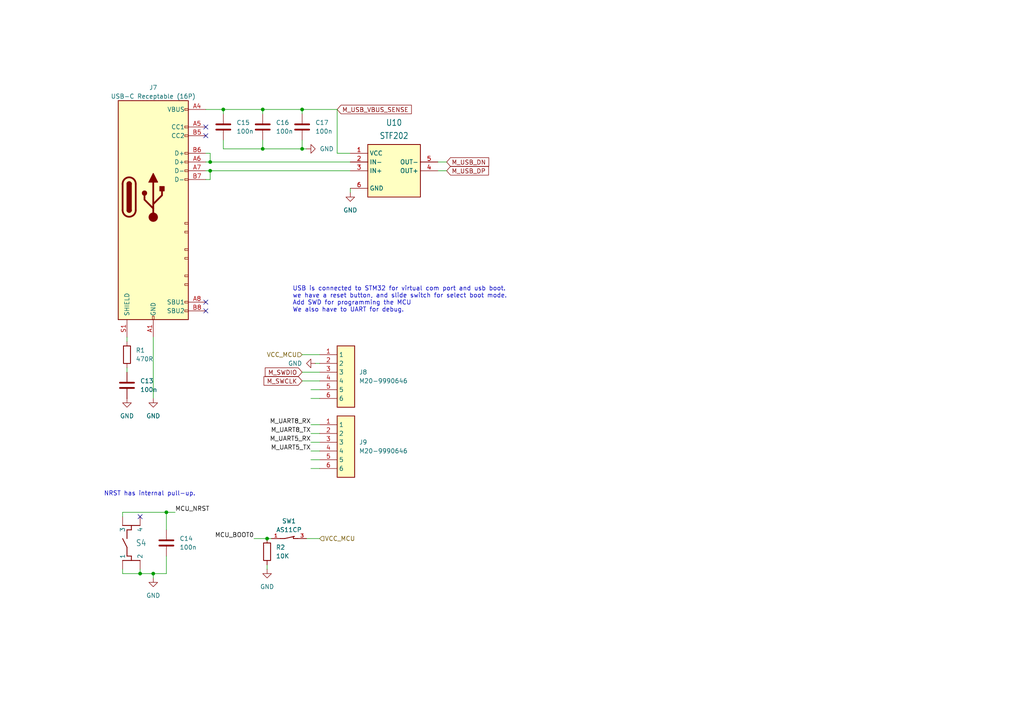
<source format=kicad_sch>
(kicad_sch (version 20231120) (generator "eeschema") (generator_version "8.0")
  (paper "A4")
  (lib_symbols
    (symbol "common_library:STF202" (exclude_from_sim yes)
      (property "Reference" "U" (at 0 11.684 0))
      (property "Value" "STF202" (at 0 8.382 0))
      (symbol "STF202_1_0"
        (rectangle (start -7.62 7.62) (end 7.62 -7.62) (stroke (width 0.254)) (fill (type background)))
        (pin power_in line (at -12.7 5.08 0) (length 5.08) (name "VCC") (number "1"))
        (pin bidirectional line (at -12.7 2.54 0) (length 5.08) (name "IN-") (number "2"))
        (pin bidirectional line (at -12.7 0 0) (length 5.08) (name "IN+") (number "3"))
        (pin bidirectional line (at 12.7 0 180) (length 5.08) (name "OUT+") (number "4"))
        (pin bidirectional line (at 12.7 2.54 180) (length 5.08) (name "OUT-") (number "5"))
        (pin bidirectional line (at -12.7 -5.08 0) (length 5.08) (name "GND") (number "6"))
      )
    )
    (symbol "connectors:AS11CP" (pin_names (offset 1.016))
      (property "Reference" "SW" (at -2.54 2.54 0))
      (property "Value" "AS11CP" (at -2.54 -5.08 0))
      (symbol "AS11CP_0_0"
        (polyline (pts (xy -2.54 0) (xy -1.27 0)) (stroke (width 0.254)))
        (polyline (pts (xy -1.27 0) (xy 1.5875 0.635)) (stroke (width 0.254)))
        (polyline (pts (xy 1.27 0) (xy 1.27 0.635)) (stroke (width 0.254)))
        (polyline (pts (xy 1.27 0) (xy 2.54 0)) (stroke (width 0.254)))
        (pin passive line (at -5.08 0 0) (length 2.54) (name "~") (number "1"))
        (pin passive line (at 5.08 0 180) (length 2.54) (name "~") (number "3"))
      )
    )
    (symbol "connectors:M20-9990646"
      (property "Reference" "J" (at 16.51 7.62 0))
      (property "Value" "M20-9990646" (at 16.51 5.08 0))
      (symbol "M20-9990646_1_1"
        (rectangle (start 5.08 2.54) (end 10.16 -15.24) (stroke (width 0.254)) (fill (type background)))
        (pin passive line (at 0 0 0) (length 5.08) (name "1") (number "1"))
        (pin passive line (at 0 -2.54 0) (length 5.08) (name "2") (number "2"))
        (pin passive line (at 0 -5.08 0) (length 5.08) (name "3") (number "3"))
        (pin passive line (at 0 -7.62 0) (length 5.08) (name "4") (number "4"))
        (pin passive line (at 0 -10.16 0) (length 5.08) (name "5") (number "5"))
        (pin passive line (at 0 -12.7 0) (length 5.08) (name "6") (number "6"))
      )
    )
    (symbol "connectors:Tactile Button" (exclude_from_sim yes)
      (property "Reference" "S" (at 0 -3.81 0))
      (symbol "Tactile Button_1_0"
        (polyline (pts (xy -5.08 -5.08) (xy -5.08 0)) (stroke (width 0.254)))
        (polyline (pts (xy -5.08 -2.54) (xy -3.81 -2.54)) (stroke (width 0.254)))
        (polyline (pts (xy -3.81 -2.54) (xy -3.81 -1.27)) (stroke (width 0.254)))
        (polyline (pts (xy -3.81 -1.27) (xy -1.27 -1.27)) (stroke (width 0.254)))
        (polyline (pts (xy -1.27 -1.27) (xy 1.27 0)) (stroke (width 0.254)))
        (polyline (pts (xy 3.81 -2.54) (xy 3.81 -1.27)) (stroke (width 0.254)))
        (polyline (pts (xy 3.81 -1.27) (xy 1.27 -1.27)) (stroke (width 0.254)))
        (polyline (pts (xy 5.08 -5.08) (xy 5.08 0)) (stroke (width 0.254)))
        (polyline (pts (xy 5.08 -2.54) (xy 3.81 -2.54)) (stroke (width 0.254)))
        (pin bidirectional line (at -7.62 0 0) (length 2.54) (name "1") (number "1"))
        (pin bidirectional line (at -7.62 -5.08 0) (length 2.54) (name "2") (number "2"))
        (pin bidirectional line (at 7.62 0 180) (length 2.54) (name "3") (number "3"))
        (pin bidirectional line (at 7.62 -5.08 180) (length 2.54) (name "4") (number "4"))
      )
    )
    (symbol "connectors:USB_C_16P" (pin_names (offset 1.016)) (exclude_from_sim yes)
      (property "Reference" "J" (at -10.16 29.21 0))
      (property "Value" "USB-C Receptable (16P)" (at 10.16 29.21 0))
      (symbol "USB_C_16P_0_0"
        (rectangle (start -0.254 -35.56) (end 0.254 -34.544))
        (rectangle (start 10.16 -32.766) (end 9.144 -33.274))
        (rectangle (start 10.16 -30.226) (end 9.144 -30.734))
        (rectangle (start 10.16 -25.146) (end 9.144 -25.654))
        (rectangle (start 10.16 -22.606) (end 9.144 -23.114))
        (rectangle (start 10.16 -17.526) (end 9.144 -18.034))
        (rectangle (start 10.16 -14.986) (end 9.144 -15.494))
        (rectangle (start 10.16 -9.906) (end 9.144 -10.414))
        (rectangle (start 10.16 -7.366) (end 9.144 -7.874))
        (rectangle (start 10.16 5.334) (end 9.144 4.826))
        (rectangle (start 10.16 7.874) (end 9.144 7.366))
        (rectangle (start 10.16 10.414) (end 9.144 9.906))
        (rectangle (start 10.16 12.954) (end 9.144 12.446))
        (rectangle (start 10.16 18.034) (end 9.144 17.526))
        (rectangle (start 10.16 20.574) (end 9.144 20.066))
        (rectangle (start 10.16 25.654) (end 9.144 25.146))
      )
      (symbol "USB_C_16P_0_1"
        (rectangle (start -10.16 27.94) (end 10.16 -35.56) (stroke (width 0.254)) (fill (type background)))
        (arc (start -8.89 -3.81) (mid -6.985 -5.7067) (end -5.08 -3.81) (stroke (width 0.508)))
        (arc (start -7.62 -3.81) (mid -6.985 -4.4423) (end -6.35 -3.81) (stroke (width 0.254)))
        (arc (start -7.62 -3.81) (mid -6.985 -4.4423) (end -6.35 -3.81) (stroke (width 0.254)) (fill (type outline)))
        (rectangle (start -7.62 -3.81) (end -6.35 3.81) (stroke (width 0.254)) (fill (type outline)))
        (arc (start -6.35 3.81) (mid -6.985 4.4423) (end -7.62 3.81) (stroke (width 0.254)))
        (arc (start -6.35 3.81) (mid -6.985 4.4423) (end -7.62 3.81) (stroke (width 0.254)) (fill (type outline)))
        (arc (start -5.08 3.81) (mid -6.985 5.7067) (end -8.89 3.81) (stroke (width 0.508)))
        (polyline (pts (xy -8.89 -3.81) (xy -8.89 3.81)) (stroke (width 0.508)))
        (polyline (pts (xy -5.08 3.81) (xy -5.08 -3.81)) (stroke (width 0.508)))
      )
      (symbol "USB_C_16P_1_1"
        (circle (center -2.54 1.143) (radius 0.635) (stroke (width 0.254)) (fill (type outline)))
        (circle (center 0 -5.842) (radius 1.27) (fill (type outline)))
        (polyline (pts (xy 0 -5.842) (xy 0 4.318)) (stroke (width 0.508)))
        (polyline (pts (xy 0 -3.302) (xy -2.54 -0.762) (xy -2.54 0.508)) (stroke (width 0.508)))
        (polyline (pts (xy 0 -2.032) (xy 2.54 0.508) (xy 2.54 1.778)) (stroke (width 0.508)))
        (polyline (pts (xy -1.27 4.318) (xy 0 6.858) (xy 1.27 4.318) (xy -1.27 4.318)) (stroke (width 0.254)) (fill (type outline)))
        (rectangle (start 1.905 1.778) (end 3.175 3.048) (stroke (width 0.254)) (fill (type outline)))
        (pin passive line (at 0 -40.64 90) (length 5.08) (name "GND") (number "A1"))
        (pin passive line (at 0 -40.64 90) (length 5.08) hide (name "GND") (number "A12"))
        (pin passive line (at 15.24 25.4 180) (length 5.08) (name "VBUS") (number "A4"))
        (pin bidirectional line (at 15.24 20.32 180) (length 5.08) (name "CC1") (number "A5"))
        (pin bidirectional line (at 15.24 10.16 180) (length 5.08) (name "D+") (number "A6"))
        (pin bidirectional line (at 15.24 7.62 180) (length 5.08) (name "D-") (number "A7"))
        (pin bidirectional line (at 15.24 -30.48 180) (length 5.08) (name "SBU1") (number "A8"))
        (pin passive line (at 15.24 25.4 180) (length 5.08) hide (name "VBUS") (number "A9"))
        (pin passive line (at 0 -40.64 90) (length 5.08) hide (name "GND") (number "B1"))
        (pin passive line (at 0 -40.64 90) (length 5.08) hide (name "GND") (number "B12"))
        (pin passive line (at 15.24 25.4 180) (length 5.08) hide (name "VBUS") (number "B4"))
        (pin bidirectional line (at 15.24 17.78 180) (length 5.08) (name "CC2") (number "B5"))
        (pin bidirectional line (at 15.24 12.7 180) (length 5.08) (name "D+") (number "B6"))
        (pin bidirectional line (at 15.24 5.08 180) (length 5.08) (name "D-") (number "B7"))
        (pin bidirectional line (at 15.24 -33.02 180) (length 5.08) (name "SBU2") (number "B8"))
        (pin passive line (at 15.24 25.4 180) (length 5.08) hide (name "VBUS") (number "B9"))
        (pin passive line (at -7.62 -40.64 90) (length 5.08) (name "SHIELD") (number "S1"))
      )
    )
    (symbol "passive:C0402" (pin_numbers hide) (pin_names (offset 0.254))
      (property "Reference" "C" (at 0.635 2.54 0))
      (property "Value" "C0402" (at 0.635 -2.54 0))
      (symbol "C0402_0_1"
        (polyline (pts (xy -2.032 -0.762) (xy 2.032 -0.762)) (stroke (width 0.508)))
        (polyline (pts (xy -2.032 0.762) (xy 2.032 0.762)) (stroke (width 0.508)))
      )
      (symbol "C0402_1_1"
        (pin passive line (at 0 3.81 270) (length 2.794) (name "~") (number "1"))
        (pin passive line (at 0 -3.81 90) (length 2.794) (name "~") (number "2"))
      )
    )
    (symbol "passive:R0402" (pin_numbers hide) (pin_names (offset 0))
      (property "Reference" "R" (at 2.032 0 90))
      (property "Value" "R" (at 0 0 90))
      (symbol "R0402_0_1"
        (rectangle (start -1.016 -2.54) (end 1.016 2.54) (stroke (width 0.254)))
      )
      (symbol "R0402_1_1"
        (pin passive line (at 0 3.81 270) (length 1.27) (name "~") (number "1"))
        (pin passive line (at 0 -3.81 90) (length 1.27) (name "~") (number "2"))
      )
    )
    (symbol "power:GND" (power) (pin_numbers hide) (pin_names (offset 0) hide)
      (property "Value" "GND" (at 0 -3.81 0))
      (symbol "GND_0_1"
        (polyline (pts (xy 0 0) (xy 0 -1.27) (xy 1.27 -1.27) (xy 0 -2.54) (xy -1.27 -1.27) (xy 0 -1.27)))
      )
      (symbol "GND_1_1"
        (pin power_in line (at 0 0 270) (length 0) (name "~") (number "1"))
      )
    )
  )
  (junction (at 87.63 31.75))
  (junction (at 76.2 43.18))
  (junction (at 64.77 31.75))
  (junction (at 76.2 31.75))
  (junction (at 60.96 49.53))
  (junction (at 87.63 43.18))
  (junction (at 77.47 156.21))
  (junction (at 60.96 46.99))
  (junction (at 44.45 166.37))
  (junction (at 40.64 166.37))
  (junction (at 48.26 148.59))
  (no_connect (at 59.69 36.83))
  (no_connect (at 59.69 39.37))
  (no_connect (at 40.64 149.86))
  (no_connect (at 59.69 90.17))
  (no_connect (at 59.69 87.63))
  (wire (pts (xy 129.54 46.99) (xy 127 46.99)))
  (wire (pts (xy 64.77 31.75) (xy 64.77 33.02)))
  (wire (pts (xy 90.17 128.27) (xy 92.71 128.27)))
  (wire (pts (xy 73.66 156.21) (xy 77.47 156.21)))
  (wire (pts (xy 64.77 40.64) (xy 64.77 43.18)))
  (wire (pts (xy 90.17 130.81) (xy 92.71 130.81)))
  (wire (pts (xy 48.26 148.59) (xy 48.26 153.67)))
  (wire (pts (xy 36.83 97.79) (xy 36.83 99.06)))
  (wire (pts (xy 77.47 165.1) (xy 77.47 163.83)))
  (wire (pts (xy 64.77 43.18) (xy 76.2 43.18)))
  (wire (pts (xy 90.17 123.19) (xy 92.71 123.19)))
  (wire (pts (xy 35.56 166.37) (xy 40.64 166.37)))
  (wire (pts (xy 64.77 31.75) (xy 76.2 31.75)))
  (wire (pts (xy 101.6 54.61) (xy 101.6 55.88)))
  (wire (pts (xy 76.2 43.18) (xy 76.2 40.64)))
  (wire (pts (xy 129.54 49.53) (xy 127 49.53)))
  (wire (pts (xy 59.69 31.75) (xy 64.77 31.75)))
  (wire (pts (xy 90.17 135.89) (xy 92.71 135.89)))
  (wire (pts (xy 59.69 46.99) (xy 60.96 46.99)))
  (wire (pts (xy 76.2 31.75) (xy 87.63 31.75)))
  (wire (pts (xy 48.26 148.59) (xy 50.8 148.59)))
  (wire (pts (xy 97.79 44.45) (xy 97.79 31.75)))
  (wire (pts (xy 36.83 106.68) (xy 36.83 107.95)))
  (wire (pts (xy 90.17 125.73) (xy 92.71 125.73)))
  (wire (pts (xy 35.56 149.86) (xy 35.56 148.59)))
  (wire (pts (xy 35.56 148.59) (xy 48.26 148.59)))
  (wire (pts (xy 60.96 46.99) (xy 60.96 44.45)))
  (wire (pts (xy 87.63 102.87) (xy 92.71 102.87)))
  (wire (pts (xy 76.2 43.18) (xy 87.63 43.18)))
  (wire (pts (xy 59.69 52.07) (xy 60.96 52.07)))
  (wire (pts (xy 90.17 115.57) (xy 92.71 115.57)))
  (wire (pts (xy 87.63 31.75) (xy 97.79 31.75)))
  (wire (pts (xy 60.96 49.53) (xy 60.96 52.07)))
  (wire (pts (xy 60.96 49.53) (xy 101.6 49.53)))
  (wire (pts (xy 40.64 166.37) (xy 40.64 165.1)))
  (wire (pts (xy 60.96 46.99) (xy 101.6 46.99)))
  (wire (pts (xy 101.6 44.45) (xy 97.79 44.45)))
  (wire (pts (xy 87.63 43.18) (xy 88.9 43.18)))
  (wire (pts (xy 87.63 107.95) (xy 92.71 107.95)))
  (wire (pts (xy 59.69 44.45) (xy 60.96 44.45)))
  (wire (pts (xy 44.45 97.79) (xy 44.45 115.57)))
  (wire (pts (xy 87.63 110.49) (xy 92.71 110.49)))
  (wire (pts (xy 90.17 133.35) (xy 92.71 133.35)))
  (wire (pts (xy 59.69 49.53) (xy 60.96 49.53)))
  (wire (pts (xy 90.17 113.03) (xy 92.71 113.03)))
  (wire (pts (xy 44.45 167.64) (xy 44.45 166.37)))
  (wire (pts (xy 87.63 43.18) (xy 87.63 40.64)))
  (wire (pts (xy 91.44 105.41) (xy 92.71 105.41)))
  (wire (pts (xy 44.45 166.37) (xy 48.26 166.37)))
  (wire (pts (xy 87.63 31.75) (xy 87.63 33.02)))
  (wire (pts (xy 40.64 166.37) (xy 44.45 166.37)))
  (wire (pts (xy 88.9 156.21) (xy 92.71 156.21)))
  (wire (pts (xy 76.2 31.75) (xy 76.2 33.02)))
  (wire (pts (xy 35.56 165.1) (xy 35.56 166.37)))
  (wire (pts (xy 77.47 156.21) (xy 78.74 156.21)))
  (wire (pts (xy 48.26 161.29) (xy 48.26 166.37)))
  (text "NRST has internal pull-up." (at 43.434 143.256 0) (effects (font (size 1.27 1.27))))
  (text "USB is connected to STM32 for virtual com port and usb boot.\nwe have a reset button, and slide switch for select boot mode.\nAdd SWD for programming the MCU\nWe also have to UART for debug." (at 84.836 86.868 0) (effects (font (size 1.27 1.27)) (justify left)))
  (label "MCU_NRST" (at 50.8 148.59 0))
  (label "M_UART8_RX" (at 90.17 123.19 180))
  (label "M_UART5_RX" (at 90.17 128.27 180))
  (label "M_UART5_TX" (at 90.17 130.81 180))
  (label "MCU_BOOT0" (at 73.66 156.21 180))
  (label "M_UART8_TX" (at 90.17 125.73 180))
  (global_label "M_USB_DN" (shape input) (at 129.54 46.99 0) (property "Intersheetrefs" "${INTERSHEET_REFS}" (effects (hide yes))))
  (global_label "M_USB_VBUS_SENSE" (shape input) (at 97.79 31.75 0) (property "Intersheetrefs" "${INTERSHEET_REFS}" (effects (hide yes))))
  (global_label "M_SWDIO" (shape input) (at 87.63 107.95 180) (property "Intersheetrefs" "${INTERSHEET_REFS}" (effects (hide yes))))
  (global_label "M_USB_DP" (shape input) (at 129.54 49.53 0) (property "Intersheetrefs" "${INTERSHEET_REFS}" (effects (hide yes))))
  (global_label "M_SWCLK" (shape input) (at 87.63 110.49 180) (property "Intersheetrefs" "${INTERSHEET_REFS}" (effects (hide yes))))
  (hierarchical_label "VCC_MCU" (shape input) (at 92.71 156.21 0))
  (hierarchical_label "VCC_MCU" (shape input) (at 87.63 102.87 180))
  (symbol (lib_id "power:GND") (at 77.47 165.1 0) (unit 1)
    (property "Reference" "#PWR054" (effects (hide yes)))
    (property "Value" "GND" (at 77.47 170.18 0))
    (property "Description" "Power symbol creates a global label with name \"GND\" , ground" (effects (hide yes)))
  )
  (symbol (lib_id "connectors:Tactile Button") (at 35.56 157.48 90) (unit 1) (exclude_from_sim yes)
    (property "Reference" "S4" (at 39.37 157.48 90) (effects (font (size 1.778 1.5113)) (justify right)))
    (property "Footprint" "connectors:TACTILE-SWITCH" (effects (hide yes)))
    (property "Datasheet" "https://configured-product-images.s3.amazonaws.com/2D/specs/TL3365AF180QG.pdf" (effects (hide yes)))
    (property "Description" "612-TL3365AF180QG" (effects (hide yes)))
  )
  (symbol (lib_id "common_library:STF202") (at 114.3 49.53 0) (unit 1) (exclude_from_sim yes)
    (property "Reference" "U10" (at 114.3 35.56 0) (effects (font (size 1.778 1.5113))))
    (property "Value" "STF202" (at 114.3 39.37 0) (effects (font (size 1.778 1.5113))))
    (property "Footprint" "common_library:TSOP-6_1.65x3.05mm_P0.95mm" (effects (hide yes)))
  )
  (symbol (lib_id "connectors:M20-9990646") (at 92.71 102.87 0) (unit 1)
    (property "Reference" "J8" (at 104.14 107.9499 0) (effects (justify left)))
    (property "Value" "M20-9990646" (at 104.14 110.4899 0) (effects (justify left)))
    (property "Footprint" "connectors:2.54MM_6PIN-THT" (effects (hide yes)))
    (property "Datasheet" "https://cdn.harwin.com/pdfs/M20-999.pdf" (effects (hide yes)))
    (property "Description" "06 SIL Vertical Pin Header HARWIN M20 Series, 2.54mm Pitch 6 Way 1 Row Straight PCB Header, Solder Termination, 3A" (effects (hide yes)))
    (property "Mouser Part Number" "855-M20-9990646" (effects (hide yes)))
    (property "Manufacturer_Part_Number" "M20-9990646" (effects (hide yes)))
  )
  (symbol (lib_id "passive:R0402") (at 77.47 160.02 180) (unit 1)
    (property "Reference" "R2" (at 80.01 158.7499 0) (effects (justify right)))
    (property "Value" "10K" (at 80.01 161.2899 0) (effects (justify right)))
    (property "Footprint" "Resistor_SMD:R_0402_1005Metric" (effects (hide yes)))
    (property "Description" "Resistor" (effects (hide yes)))
  )
  (symbol (lib_id "passive:C0402") (at 87.63 36.83 0) (unit 1)
    (property "Reference" "C17" (at 91.44 35.5599 0) (effects (justify left)))
    (property "Value" "100n" (at 91.44 38.0999 0) (effects (justify left)))
    (property "Footprint" "Capacitor_SMD:C_0402_1005Metric" (effects (hide yes)))
    (property "Description" "Unpolarized capacitor" (effects (hide yes)))
  )
  (symbol (lib_id "power:GND") (at 44.45 115.57 0) (unit 1)
    (property "Reference" "#PWR016" (effects (hide yes)))
    (property "Value" "GND" (at 44.45 120.65 0))
    (property "Description" "Power symbol creates a global label with name \"GND\" , ground" (effects (hide yes)))
  )
  (symbol (lib_id "connectors:USB_C_16P") (at 44.45 57.15 0) (unit 1) (exclude_from_sim yes)
    (property "Reference" "J7" (at 44.45 25.4 0))
    (property "Value" "USB-C Receptable (16P)" (at 44.45 27.94 0))
    (property "Footprint" "connectors:USB_C_Receptacle_16P" (effects (hide yes)))
    (property "Datasheet" "https://www.usb.org/sites/default/files/documents/usb_type-c.zip" (effects (hide yes)))
    (property "Description" "USB Full-Featured Type-C Receptacle connector" (effects (hide yes)))
  )
  (symbol (lib_id "power:GND") (at 88.9 43.18 90) (unit 1)
    (property "Reference" "#PWR055" (effects (hide yes)))
    (property "Value" "GND" (at 92.71 43.1799 90) (effects (justify right)))
    (property "Description" "Power symbol creates a global label with name \"GND\" , ground" (effects (hide yes)))
  )
  (symbol (lib_id "power:GND") (at 36.83 115.57 0) (unit 1)
    (property "Reference" "#PWR09" (effects (hide yes)))
    (property "Value" "GND" (at 36.83 120.65 0))
    (property "Description" "Power symbol creates a global label with name \"GND\" , ground" (effects (hide yes)))
  )
  (symbol (lib_id "passive:R0402") (at 36.83 102.87 0) (unit 1)
    (property "Reference" "R1" (at 39.37 101.5999 0) (effects (justify left)))
    (property "Value" "470R" (at 39.37 104.1399 0) (effects (justify left)))
    (property "Footprint" "Resistor_SMD:R_0402_1005Metric" (effects (hide yes)))
    (property "Description" "Resistor" (effects (hide yes)))
  )
  (symbol (lib_id "passive:C0402") (at 76.2 36.83 0) (unit 1)
    (property "Reference" "C16" (at 80.01 35.5599 0) (effects (justify left)))
    (property "Value" "100n" (at 80.01 38.0999 0) (effects (justify left)))
    (property "Footprint" "Capacitor_SMD:C_0402_1005Metric" (effects (hide yes)))
    (property "Description" "Unpolarized capacitor" (effects (hide yes)))
  )
  (symbol (lib_id "connectors:M20-9990646") (at 92.71 123.19 0) (unit 1)
    (property "Reference" "J9" (at 104.14 128.2699 0) (effects (justify left)))
    (property "Value" "M20-9990646" (at 104.14 130.8099 0) (effects (justify left)))
    (property "Footprint" "connectors:2.54MM_6PIN-THT" (effects (hide yes)))
    (property "Datasheet" "https://cdn.harwin.com/pdfs/M20-999.pdf" (effects (hide yes)))
    (property "Description" "06 SIL Vertical Pin Header HARWIN M20 Series, 2.54mm Pitch 6 Way 1 Row Straight PCB Header, Solder Termination, 3A" (effects (hide yes)))
    (property "Mouser Part Number" "855-M20-9990646" (effects (hide yes)))
    (property "Manufacturer_Part_Number" "M20-9990646" (effects (hide yes)))
  )
  (symbol (lib_id "passive:C0402") (at 64.77 36.83 0) (unit 1)
    (property "Reference" "C15" (at 68.58 35.5599 0) (effects (justify left)))
    (property "Value" "100n" (at 68.58 38.0999 0) (effects (justify left)))
    (property "Footprint" "Capacitor_SMD:C_0402_1005Metric" (effects (hide yes)))
    (property "Description" "Unpolarized capacitor" (effects (hide yes)))
  )
  (symbol (lib_id "passive:C0402") (at 36.83 111.76 0) (unit 1)
    (property "Reference" "C13" (at 40.64 110.4899 0) (effects (justify left)))
    (property "Value" "100n" (at 40.64 113.0299 0) (effects (justify left)))
    (property "Footprint" "Capacitor_SMD:C_0402_1005Metric" (effects (hide yes)))
    (property "Description" "Unpolarized capacitor" (effects (hide yes)))
  )
  (symbol (lib_id "connectors:AS11CP") (at 83.82 156.21 0) (unit 1)
    (property "Reference" "SW1" (at 83.82 151.13 0))
    (property "Value" "AS11CP" (at 83.82 153.67 0))
    (property "Footprint" "connectors:SW_AS11CP" (effects (hide yes)))
    (property "MANUFACTURER" "NKK Switches" (effects (hide yes)))
  )
  (symbol (lib_id "power:GND") (at 101.6 55.88 0) (unit 1)
    (property "Reference" "#PWR084" (effects (hide yes)))
    (property "Value" "GND" (at 101.6 60.96 0))
    (property "Description" "Power symbol creates a global label with name \"GND\" , ground" (effects (hide yes)))
  )
  (symbol (lib_id "power:GND") (at 44.45 167.64 0) (unit 1)
    (property "Reference" "#PWR053" (effects (hide yes)))
    (property "Value" "GND" (at 44.45 172.72 0))
    (property "Description" "Power symbol creates a global label with name \"GND\" , ground" (effects (hide yes)))
  )
  (symbol (lib_id "power:GND") (at 91.44 105.41 270) (unit 1)
    (property "Reference" "#PWR056" (effects (hide yes)))
    (property "Value" "GND" (at 87.63 105.4099 90) (effects (justify right)))
    (property "Description" "Power symbol creates a global label with name \"GND\" , ground" (effects (hide yes)))
  )
  (symbol (lib_id "passive:C0402") (at 48.26 157.48 0) (unit 1)
    (property "Reference" "C14" (at 52.07 156.2099 0) (effects (justify left)))
    (property "Value" "100n" (at 52.07 158.7499 0) (effects (justify left)))
    (property "Footprint" "Capacitor_SMD:C_0402_1005Metric" (effects (hide yes)))
    (property "Description" "Unpolarized capacitor" (effects (hide yes)))
  )
)
</source>
